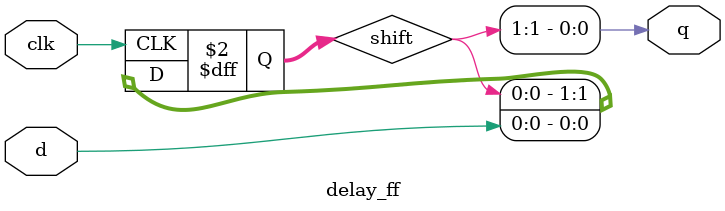
<source format=sv>
module delay_ff #(parameter STAGES=2) (
    input clk, d,
    output q
);
reg [STAGES-1:0] shift;
always @(posedge clk) begin
    shift <= {shift[STAGES-2:0], d};
end
assign q = shift[STAGES-1];
endmodule

</source>
